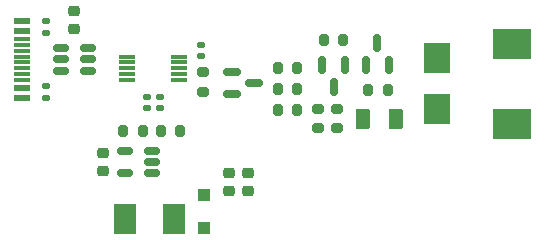
<source format=gbr>
%TF.GenerationSoftware,KiCad,Pcbnew,6.0.4-6f826c9f35~116~ubuntu21.10.1*%
%TF.CreationDate,2022-04-21T20:18:57+02:00*%
%TF.ProjectId,mbus,6d627573-2e6b-4696-9361-645f70636258,rev?*%
%TF.SameCoordinates,Original*%
%TF.FileFunction,Paste,Top*%
%TF.FilePolarity,Positive*%
%FSLAX46Y46*%
G04 Gerber Fmt 4.6, Leading zero omitted, Abs format (unit mm)*
G04 Created by KiCad (PCBNEW 6.0.4-6f826c9f35~116~ubuntu21.10.1) date 2022-04-21 20:18:57*
%MOMM*%
%LPD*%
G01*
G04 APERTURE LIST*
G04 Aperture macros list*
%AMRoundRect*
0 Rectangle with rounded corners*
0 $1 Rounding radius*
0 $2 $3 $4 $5 $6 $7 $8 $9 X,Y pos of 4 corners*
0 Add a 4 corners polygon primitive as box body*
4,1,4,$2,$3,$4,$5,$6,$7,$8,$9,$2,$3,0*
0 Add four circle primitives for the rounded corners*
1,1,$1+$1,$2,$3*
1,1,$1+$1,$4,$5*
1,1,$1+$1,$6,$7*
1,1,$1+$1,$8,$9*
0 Add four rect primitives between the rounded corners*
20,1,$1+$1,$2,$3,$4,$5,0*
20,1,$1+$1,$4,$5,$6,$7,0*
20,1,$1+$1,$6,$7,$8,$9,0*
20,1,$1+$1,$8,$9,$2,$3,0*%
G04 Aperture macros list end*
%ADD10RoundRect,0.150000X0.150000X-0.587500X0.150000X0.587500X-0.150000X0.587500X-0.150000X-0.587500X0*%
%ADD11RoundRect,0.150000X0.512500X0.150000X-0.512500X0.150000X-0.512500X-0.150000X0.512500X-0.150000X0*%
%ADD12RoundRect,0.140000X0.170000X-0.140000X0.170000X0.140000X-0.170000X0.140000X-0.170000X-0.140000X0*%
%ADD13RoundRect,0.150000X-0.512500X-0.150000X0.512500X-0.150000X0.512500X0.150000X-0.512500X0.150000X0*%
%ADD14RoundRect,0.200000X0.200000X0.275000X-0.200000X0.275000X-0.200000X-0.275000X0.200000X-0.275000X0*%
%ADD15RoundRect,0.135000X0.185000X-0.135000X0.185000X0.135000X-0.185000X0.135000X-0.185000X-0.135000X0*%
%ADD16R,1.900000X2.500000*%
%ADD17RoundRect,0.250000X-0.375000X-0.625000X0.375000X-0.625000X0.375000X0.625000X-0.375000X0.625000X0*%
%ADD18RoundRect,0.140000X-0.170000X0.140000X-0.170000X-0.140000X0.170000X-0.140000X0.170000X0.140000X0*%
%ADD19RoundRect,0.218750X-0.256250X0.218750X-0.256250X-0.218750X0.256250X-0.218750X0.256250X0.218750X0*%
%ADD20RoundRect,0.225000X0.250000X-0.225000X0.250000X0.225000X-0.250000X0.225000X-0.250000X-0.225000X0*%
%ADD21R,1.100000X1.100000*%
%ADD22RoundRect,0.200000X-0.275000X0.200000X-0.275000X-0.200000X0.275000X-0.200000X0.275000X0.200000X0*%
%ADD23R,2.300000X2.500000*%
%ADD24RoundRect,0.200000X-0.200000X-0.275000X0.200000X-0.275000X0.200000X0.275000X-0.200000X0.275000X0*%
%ADD25RoundRect,0.150000X-0.587500X-0.150000X0.587500X-0.150000X0.587500X0.150000X-0.587500X0.150000X0*%
%ADD26RoundRect,0.200000X0.275000X-0.200000X0.275000X0.200000X-0.275000X0.200000X-0.275000X-0.200000X0*%
%ADD27R,1.400000X0.300000*%
%ADD28R,3.300000X2.500000*%
%ADD29RoundRect,0.150000X-0.150000X0.587500X-0.150000X-0.587500X0.150000X-0.587500X0.150000X0.587500X0*%
%ADD30RoundRect,0.135000X-0.185000X0.135000X-0.185000X-0.135000X0.185000X-0.135000X0.185000X0.135000X0*%
%ADD31R,1.450000X0.600000*%
%ADD32R,1.450000X0.300000*%
G04 APERTURE END LIST*
D10*
%TO.C,Q3*%
X79725000Y-76975000D03*
X81625000Y-76975000D03*
X80675000Y-75100000D03*
%TD*%
D11*
%TO.C,U1*%
X61562500Y-86150000D03*
X61562500Y-85200000D03*
X61562500Y-84250000D03*
X59287500Y-84250000D03*
X59287500Y-86150000D03*
%TD*%
D12*
%TO.C,C6*%
X65700000Y-76230000D03*
X65700000Y-75270000D03*
%TD*%
D13*
%TO.C,U2*%
X53862500Y-75550000D03*
X53862500Y-76500000D03*
X53862500Y-77450000D03*
X56137500Y-77450000D03*
X56137500Y-76500000D03*
X56137500Y-75550000D03*
%TD*%
D14*
%TO.C,R12*%
X77800000Y-74850000D03*
X76150000Y-74850000D03*
%TD*%
%TO.C,R8*%
X73900000Y-80750000D03*
X72250000Y-80750000D03*
%TD*%
D15*
%TO.C,R1*%
X52600000Y-79785000D03*
X52600000Y-78765000D03*
%TD*%
D16*
%TO.C,L1*%
X59325000Y-90025000D03*
X63425000Y-90025000D03*
%TD*%
D14*
%TO.C,R10*%
X73900000Y-79000000D03*
X72250000Y-79000000D03*
%TD*%
D17*
%TO.C,F2*%
X79425000Y-81500000D03*
X82225000Y-81500000D03*
%TD*%
D18*
%TO.C,C4*%
X61150000Y-79670000D03*
X61150000Y-80630000D03*
%TD*%
D19*
%TO.C,F1*%
X54975000Y-72362500D03*
X54975000Y-73937500D03*
%TD*%
D20*
%TO.C,C2*%
X68075000Y-87650000D03*
X68075000Y-86100000D03*
%TD*%
D21*
%TO.C,D1*%
X66000000Y-87950000D03*
X66000000Y-90750000D03*
%TD*%
D22*
%TO.C,R6*%
X65950000Y-77575000D03*
X65950000Y-79225000D03*
%TD*%
D23*
%TO.C,D2*%
X85750000Y-76375000D03*
X85750000Y-80675000D03*
%TD*%
D14*
%TO.C,R4*%
X60800000Y-82550000D03*
X59150000Y-82550000D03*
%TD*%
D20*
%TO.C,C3*%
X69750000Y-87650000D03*
X69750000Y-86100000D03*
%TD*%
D24*
%TO.C,R11*%
X79900000Y-79050000D03*
X81550000Y-79050000D03*
%TD*%
D25*
%TO.C,Q1*%
X68387500Y-77550000D03*
X68387500Y-79450000D03*
X70262500Y-78500000D03*
%TD*%
D26*
%TO.C,R7*%
X75675000Y-82325000D03*
X75675000Y-80675000D03*
%TD*%
D18*
%TO.C,C5*%
X62300000Y-79670000D03*
X62300000Y-80630000D03*
%TD*%
D27*
%TO.C,U3*%
X59450000Y-76250000D03*
X59450000Y-76750000D03*
X59450000Y-77250000D03*
X59450000Y-77750000D03*
X59450000Y-78250000D03*
X63850000Y-78250000D03*
X63850000Y-77750000D03*
X63850000Y-77250000D03*
X63850000Y-76750000D03*
X63850000Y-76250000D03*
%TD*%
D28*
%TO.C,D3*%
X92100000Y-81950000D03*
X92100000Y-75150000D03*
%TD*%
D14*
%TO.C,R3*%
X64000000Y-82550000D03*
X62350000Y-82550000D03*
%TD*%
D26*
%TO.C,R9*%
X77275000Y-82325000D03*
X77275000Y-80675000D03*
%TD*%
D24*
%TO.C,R5*%
X72250000Y-77250000D03*
X73900000Y-77250000D03*
%TD*%
D29*
%TO.C,Q2*%
X77925000Y-76937500D03*
X76025000Y-76937500D03*
X76975000Y-78812500D03*
%TD*%
D30*
%TO.C,R2*%
X52575000Y-73240000D03*
X52575000Y-74260000D03*
%TD*%
D20*
%TO.C,C1*%
X57475000Y-85975000D03*
X57475000Y-84425000D03*
%TD*%
D31*
%TO.C,J1*%
X50545000Y-73250000D03*
X50545000Y-74050000D03*
D32*
X50545000Y-75250000D03*
X50545000Y-76250000D03*
X50545000Y-76750000D03*
X50545000Y-77750000D03*
D31*
X50545000Y-78950000D03*
X50545000Y-79750000D03*
X50545000Y-79750000D03*
X50545000Y-78950000D03*
D32*
X50545000Y-78250000D03*
X50545000Y-77250000D03*
X50545000Y-75750000D03*
X50545000Y-74750000D03*
D31*
X50545000Y-74050000D03*
X50545000Y-73250000D03*
%TD*%
M02*

</source>
